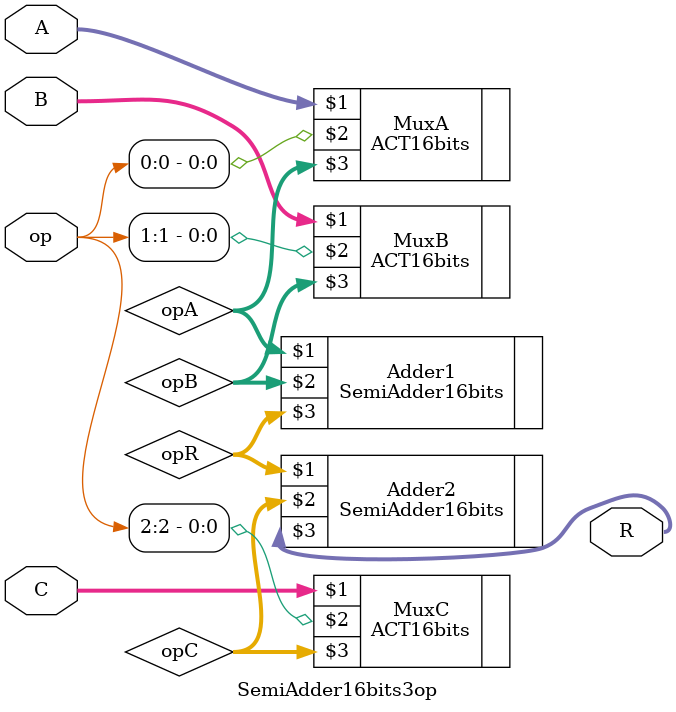
<source format=v>
`timescale 1ns / 1ps

module SemiAdder16bits3op(A,B,C,op,R);
	input [15:0] A,B,C;
	input [2:0] op;
	output wire [15:0] R;

//MUXES
	wire [15:0] opA,opB,opC,opR;
	ACT16bits MuxA(A,op[0],opA);
	ACT16bits MuxB(B,op[1],opB);
	ACT16bits MuxC(C,op[2],opC);
	
//modulos Adder
	SemiAdder16bits Adder1(opA,opB,opR);
	SemiAdder16bits Adder2(opR,opC,R);

endmodule

</source>
